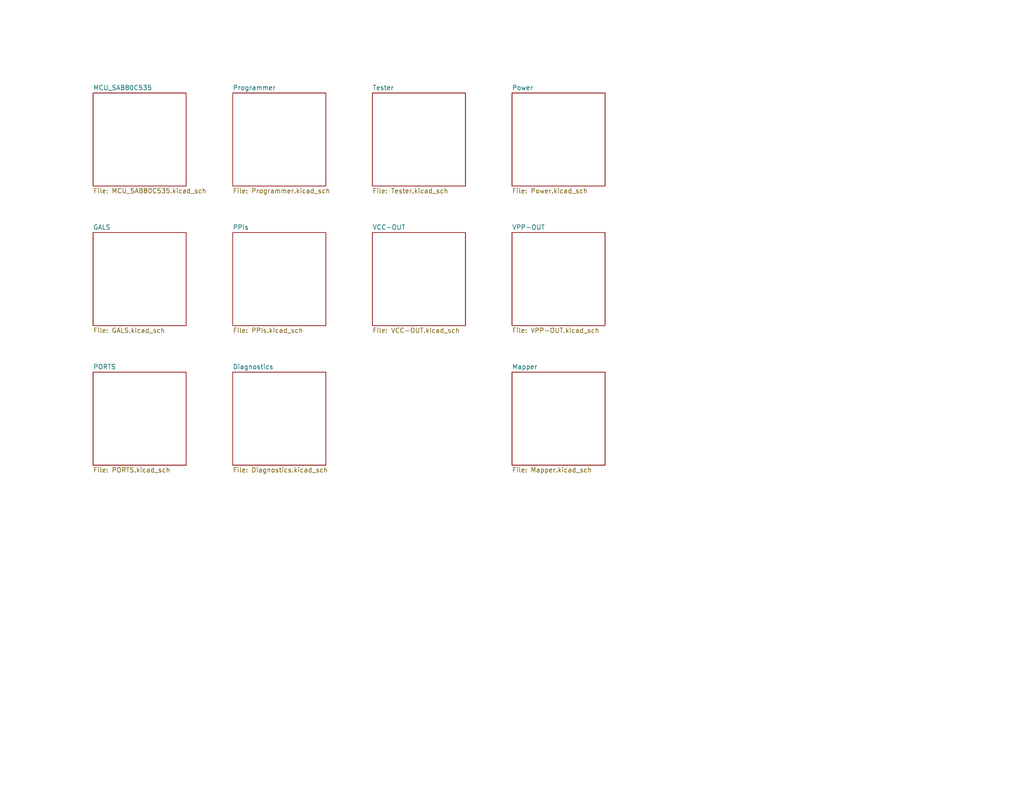
<source format=kicad_sch>
(kicad_sch (version 20211123) (generator eeschema)
  (paper "A")
  (lib_symbols)
  (sheet (at 25.4 63.5) (size 25.4 25.4) (stroke (width 0.1524))
    (property "Sheet name" "GALS" (at 25.4 62.7884 0) (effects (justify left bottom)))
    (property "Sheet file" "GALS.kicad_sch" (at 25.4 89.4846 0) (effects (justify left top)))
  )
  (sheet (at 101.6 25.4) (size 25.4 25.4) (stroke (width 0.1524))
    (property "Sheet name" "Tester" (at 101.6 24.6884 0) (effects (justify left bottom)))
    (property "Sheet file" "Tester.kicad_sch" (at 101.6 51.3846 0) (effects (justify left top)))
  )
  (sheet (at 139.7 63.5) (size 25.4 25.4) (stroke (width 0.1524))
    (property "Sheet name" "VPP-OUT" (at 139.7 62.7884 0) (effects (justify left bottom)))
    (property "Sheet file" "VPP-OUT.kicad_sch" (at 139.7 89.4846 0) (effects (justify left top)))
  )
  (sheet (at 63.5 63.5) (size 25.4 25.4) (stroke (width 0.1524))
    (property "Sheet name" "PPIs" (at 63.5 62.7884 0) (effects (justify left bottom)))
    (property "Sheet file" "PPIs.kicad_sch" (at 63.5 89.4846 0) (effects (justify left top)))
  )
  (sheet (at 139.7 101.6) (size 25.4 25.4) (stroke (width 0.1524))
    (property "Sheet name" "Mapper" (at 139.7 100.8884 0) (effects (justify left bottom)))
    (property "Sheet file" "Mapper.kicad_sch" (at 139.7 127.5846 0) (effects (justify left top)))
  )
  (sheet (at 101.6 63.5) (size 25.4 25.4) (stroke (width 0.1524))
    (property "Sheet name" "VCC-OUT" (at 101.6 62.7884 0) (effects (justify left bottom)))
    (property "Sheet file" "VCC-OUT.kicad_sch" (at 101.6 89.4846 0) (effects (justify left top)))
  )
  (sheet (at 25.4 101.6) (size 25.4 25.4) (stroke (width 0.1524))
    (property "Sheet name" "PORTS" (at 25.4 100.8884 0) (effects (justify left bottom)))
    (property "Sheet file" "PORTS.kicad_sch" (at 25.4 127.5846 0) (effects (justify left top)))
  )
  (sheet (at 63.5 101.6) (size 25.4 25.4) (stroke (width 0.1524))
    (property "Sheet name" "Diagnostics" (at 63.5 100.8884 0) (effects (justify left bottom)))
    (property "Sheet file" "Diagnostics.kicad_sch" (at 63.5 127.5846 0) (effects (justify left top)))
  )
  (sheet (at 139.7 25.4) (size 25.4 25.4) (stroke (width 0.1524))
    (property "Sheet name" "Power" (at 139.7 24.6884 0) (effects (justify left bottom)))
    (property "Sheet file" "Power.kicad_sch" (at 139.7 51.3846 0) (effects (justify left top)))
  )
  (sheet (at 25.4 25.4) (size 25.4 25.4) (stroke (width 0.1524))
    (property "Sheet name" "MCU_SAB80C535" (at 25.4 24.6884 0) (effects (justify left bottom)))
    (property "Sheet file" "MCU_SAB80C535.kicad_sch" (at 25.4 51.3846 0) (effects (justify left top)))
  )
  (sheet (at 63.5 25.4) (size 25.4 25.4) (stroke (width 0.1524))
    (property "Sheet name" "Programmer" (at 63.5 24.6884 0) (effects (justify left bottom)))
    (property "Sheet file" "Programmer.kicad_sch" (at 63.5 51.3846 0) (effects (justify left top)))
  )
)
</source>
